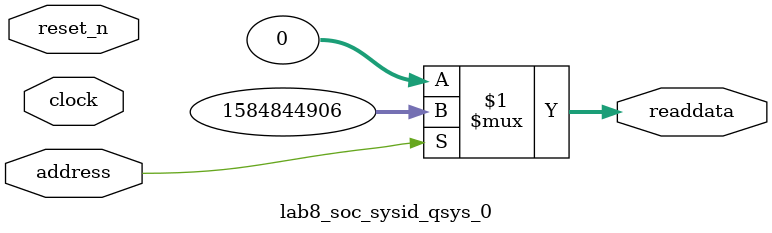
<source format=v>



// synthesis translate_off
`timescale 1ns / 1ps
// synthesis translate_on

// turn off superfluous verilog processor warnings 
// altera message_level Level1 
// altera message_off 10034 10035 10036 10037 10230 10240 10030 

module lab8_soc_sysid_qsys_0 (
               // inputs:
                address,
                clock,
                reset_n,

               // outputs:
                readdata
             )
;

  output  [ 31: 0] readdata;
  input            address;
  input            clock;
  input            reset_n;

  wire    [ 31: 0] readdata;
  //control_slave, which is an e_avalon_slave
  assign readdata = address ? 1584844906 : 0;

endmodule



</source>
